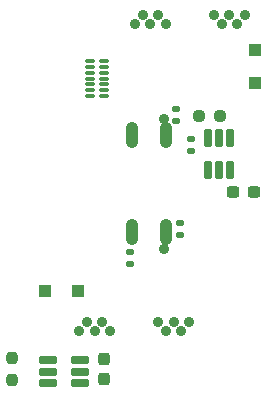
<source format=gbr>
%TF.GenerationSoftware,KiCad,Pcbnew,8.0.3*%
%TF.CreationDate,2024-07-01T18:30:19+03:00*%
%TF.ProjectId,Shield_Emergent_3,53686965-6c64-45f4-956d-657267656e74,rev?*%
%TF.SameCoordinates,Original*%
%TF.FileFunction,Soldermask,Bot*%
%TF.FilePolarity,Negative*%
%FSLAX46Y46*%
G04 Gerber Fmt 4.6, Leading zero omitted, Abs format (unit mm)*
G04 Created by KiCad (PCBNEW 8.0.3) date 2024-07-01 18:30:19*
%MOMM*%
%LPD*%
G01*
G04 APERTURE LIST*
G04 Aperture macros list*
%AMRoundRect*
0 Rectangle with rounded corners*
0 $1 Rounding radius*
0 $2 $3 $4 $5 $6 $7 $8 $9 X,Y pos of 4 corners*
0 Add a 4 corners polygon primitive as box body*
4,1,4,$2,$3,$4,$5,$6,$7,$8,$9,$2,$3,0*
0 Add four circle primitives for the rounded corners*
1,1,$1+$1,$2,$3*
1,1,$1+$1,$4,$5*
1,1,$1+$1,$6,$7*
1,1,$1+$1,$8,$9*
0 Add four rect primitives between the rounded corners*
20,1,$1+$1,$2,$3,$4,$5,0*
20,1,$1+$1,$4,$5,$6,$7,0*
20,1,$1+$1,$6,$7,$8,$9,0*
20,1,$1+$1,$8,$9,$2,$3,0*%
G04 Aperture macros list end*
%ADD10C,0.900000*%
%ADD11O,1.100000X2.220000*%
%ADD12RoundRect,0.135000X-0.185000X0.135000X-0.185000X-0.135000X0.185000X-0.135000X0.185000X0.135000X0*%
%ADD13RoundRect,0.162500X0.617500X0.162500X-0.617500X0.162500X-0.617500X-0.162500X0.617500X-0.162500X0*%
%ADD14RoundRect,0.250000X-0.300000X0.300000X-0.300000X-0.300000X0.300000X-0.300000X0.300000X0.300000X0*%
%ADD15RoundRect,0.237500X0.237500X-0.250000X0.237500X0.250000X-0.237500X0.250000X-0.237500X-0.250000X0*%
%ADD16RoundRect,0.135000X0.185000X-0.135000X0.185000X0.135000X-0.185000X0.135000X-0.185000X-0.135000X0*%
%ADD17RoundRect,0.237500X-0.237500X0.300000X-0.237500X-0.300000X0.237500X-0.300000X0.237500X0.300000X0*%
%ADD18RoundRect,0.075000X-0.350000X-0.075000X0.350000X-0.075000X0.350000X0.075000X-0.350000X0.075000X0*%
%ADD19RoundRect,0.162500X0.162500X-0.617500X0.162500X0.617500X-0.162500X0.617500X-0.162500X-0.617500X0*%
%ADD20RoundRect,0.237500X-0.300000X-0.237500X0.300000X-0.237500X0.300000X0.237500X-0.300000X0.237500X0*%
%ADD21RoundRect,0.237500X0.250000X0.237500X-0.250000X0.237500X-0.250000X-0.237500X0.250000X-0.237500X0*%
%ADD22RoundRect,0.250000X0.300000X0.300000X-0.300000X0.300000X-0.300000X-0.300000X0.300000X-0.300000X0*%
G04 APERTURE END LIST*
D10*
%TO.C,X1*%
X16500000Y-10400000D03*
X16500000Y-21400000D03*
D11*
X16670000Y-11800000D03*
X13730000Y-11800000D03*
X16670000Y-20000000D03*
X13730000Y-20000000D03*
%TD*%
D10*
%TO.C,J1*%
X23300000Y-1600000D03*
X22650000Y-2350000D03*
X22000000Y-1600000D03*
X21350000Y-2350000D03*
X20700000Y-1600000D03*
X16600000Y-2350000D03*
X15950000Y-1600000D03*
X15300000Y-2350000D03*
X14650000Y-1600000D03*
X14000000Y-2350000D03*
%TD*%
%TO.C,J3*%
X9300000Y-28400000D03*
X9950000Y-27650000D03*
X10600000Y-28400000D03*
X11250000Y-27650000D03*
X11900000Y-28400000D03*
X16000000Y-27650000D03*
X16650000Y-28400000D03*
X17300000Y-27650000D03*
X17950000Y-28400000D03*
X18600000Y-27650000D03*
%TD*%
D12*
%TO.C,R6*%
X18750000Y-12090000D03*
X18750000Y-13110000D03*
%TD*%
D13*
%TO.C,U2*%
X9350000Y-30850000D03*
X9350000Y-31800000D03*
X9350000Y-32750000D03*
X6650000Y-32750000D03*
X6650000Y-31800000D03*
X6650000Y-30850000D03*
%TD*%
D14*
%TO.C,D1*%
X24200000Y-4600000D03*
X24200000Y-7400000D03*
%TD*%
D15*
%TO.C,R8*%
X3600000Y-32512500D03*
X3600000Y-30687500D03*
%TD*%
D16*
%TO.C,R2*%
X17500000Y-10610000D03*
X17500000Y-9590000D03*
%TD*%
D17*
%TO.C,C3*%
X11400000Y-30737500D03*
X11400000Y-32462500D03*
%TD*%
D18*
%TO.C,U5*%
X10175000Y-8500000D03*
X10175000Y-8000000D03*
X10175000Y-7500000D03*
X10175000Y-7000000D03*
X10175000Y-6500000D03*
X10175000Y-6000000D03*
X10175000Y-5500000D03*
X11425000Y-5500000D03*
X11425000Y-6000000D03*
X11425000Y-6500000D03*
X11425000Y-7000000D03*
X11425000Y-7500000D03*
X11425000Y-8000000D03*
X11425000Y-8500000D03*
%TD*%
D19*
%TO.C,U1*%
X22054522Y-14750000D03*
X21104522Y-14750000D03*
X20154522Y-14750000D03*
X20154522Y-12050000D03*
X21104522Y-12050000D03*
X22054522Y-12050000D03*
%TD*%
D12*
%TO.C,R3*%
X13550000Y-21690000D03*
X13550000Y-22710000D03*
%TD*%
D20*
%TO.C,C2*%
X22337500Y-16600000D03*
X24062500Y-16600000D03*
%TD*%
D21*
%TO.C,R4*%
X21217022Y-10200000D03*
X19392022Y-10200000D03*
%TD*%
D16*
%TO.C,R5*%
X17800000Y-20210000D03*
X17800000Y-19190000D03*
%TD*%
D22*
%TO.C,D2*%
X9200000Y-25000000D03*
X6400000Y-25000000D03*
%TD*%
M02*

</source>
